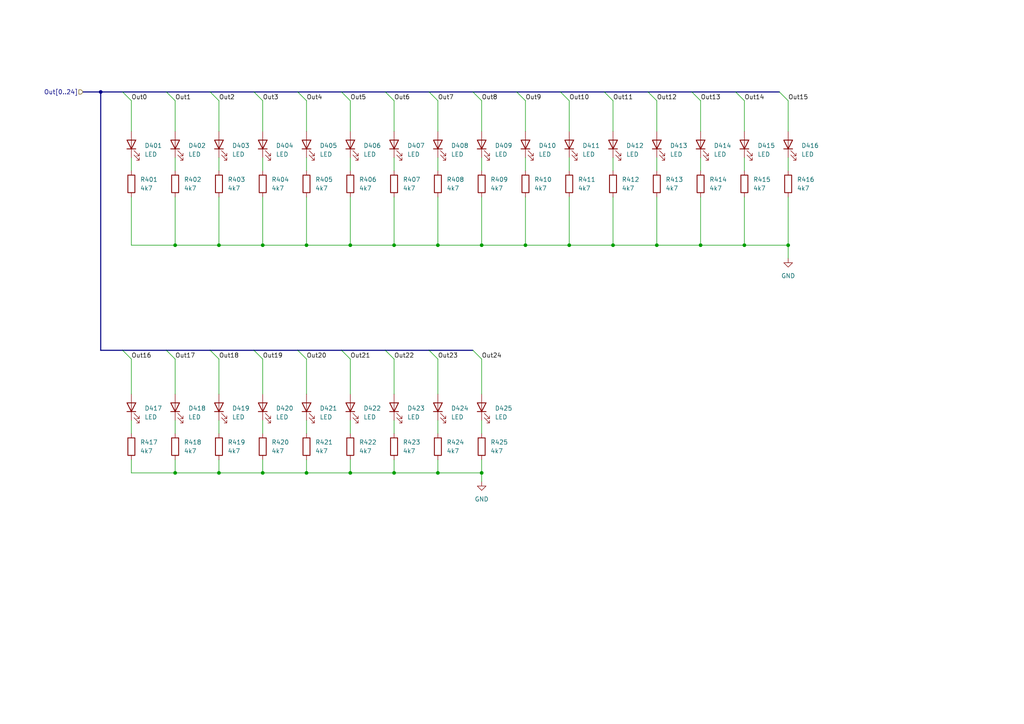
<source format=kicad_sch>
(kicad_sch (version 20230121) (generator eeschema)
  (paper "A4")
  (lib_symbols
    (symbol "Device:LED" (pin_numbers hide) (pin_names (offset 1.016) hide)
      (property "Reference" "D" (at 0 2.54 0))
      (property "Value" "LED" (at 0 -2.54 0))
      (symbol "LED_0_1"
        (polyline (pts (xy -1.27 -1.27) (xy -1.27 1.27)) (stroke (width 0.254)))
        (polyline (pts (xy -1.27 0) (xy 1.27 0)))
        (polyline (pts (xy 1.27 -1.27) (xy 1.27 1.27) (xy -1.27 0) (xy 1.27 -1.27)) (stroke (width 0.254)))
        (polyline (pts (xy -3.048 -0.762) (xy -4.572 -2.286) (xy -3.81 -2.286) (xy -4.572 -2.286) (xy -4.572 -1.524)))
        (polyline (pts (xy -1.778 -0.762) (xy -3.302 -2.286) (xy -2.54 -2.286) (xy -3.302 -2.286) (xy -3.302 -1.524)))
      )
      (symbol "LED_1_1"
        (pin passive line (at -3.81 0 0) (length 2.54) (name "K") (number "1"))
        (pin passive line (at 3.81 0 180) (length 2.54) (name "A") (number "2"))
      )
    )
    (symbol "Device:R" (pin_numbers hide) (pin_names (offset 0))
      (property "Reference" "R" (at 2.032 0 90))
      (property "Value" "R" (at 0 0 90))
      (symbol "R_0_1"
        (rectangle (start -1.016 -2.54) (end 1.016 2.54) (stroke (width 0.254)))
      )
      (symbol "R_1_1"
        (pin passive line (at 0 3.81 270) (length 1.27) (name "~") (number "1"))
        (pin passive line (at 0 -3.81 90) (length 1.27) (name "~") (number "2"))
      )
    )
    (symbol "power:GND" (power) (pin_names (offset 0))
      (property "Value" "GND" (at 0 -3.81 0))
      (symbol "GND_0_1"
        (polyline (pts (xy 0 0) (xy 0 -1.27) (xy 1.27 -1.27) (xy 0 -2.54) (xy -1.27 -1.27) (xy 0 -1.27)))
      )
      (symbol "GND_1_1"
        (pin power_in line (at 0 0 270) (length 0) hide (name "GND") (number "1"))
      )
    )
  )
  (junction (at 177.8 71.12))
  (junction (at 76.2 71.12))
  (junction (at 215.9 71.12))
  (junction (at 139.7 71.12))
  (junction (at 50.8 71.12))
  (junction (at 127 137.16))
  (junction (at 139.7 137.16))
  (junction (at 88.9 137.16))
  (junction (at 88.9 71.12))
  (junction (at 165.1 71.12))
  (junction (at 63.5 137.16))
  (junction (at 228.6 71.12))
  (junction (at 63.5 71.12))
  (junction (at 114.3 71.12))
  (junction (at 190.5 71.12))
  (junction (at 101.6 137.16))
  (junction (at 127 71.12))
  (junction (at 76.2 137.16))
  (junction (at 50.8 137.16))
  (junction (at 152.4 71.12))
  (junction (at 203.2 71.12))
  (junction (at 114.3 137.16))
  (junction (at 29.21 26.67))
  (junction (at 101.6 71.12))
  (bus_entry (at 48.26 26.67) (size 2.54 2.54))
  (bus_entry (at 111.76 101.6) (size 2.54 2.54))
  (bus_entry (at 73.66 101.6) (size 2.54 2.54))
  (bus_entry (at 86.36 26.67) (size 2.54 2.54))
  (bus_entry (at 48.26 101.6) (size 2.54 2.54))
  (bus_entry (at 35.56 101.6) (size 2.54 2.54))
  (bus_entry (at 137.16 26.67) (size 2.54 2.54))
  (bus_entry (at 137.16 101.6) (size 2.54 2.54))
  (bus_entry (at 213.36 26.67) (size 2.54 2.54))
  (bus_entry (at 73.66 26.67) (size 2.54 2.54))
  (bus_entry (at 60.96 26.67) (size 2.54 2.54))
  (bus_entry (at 187.96 26.67) (size 2.54 2.54))
  (bus_entry (at 60.96 101.6) (size 2.54 2.54))
  (bus_entry (at 162.56 26.67) (size 2.54 2.54))
  (bus_entry (at 86.36 101.6) (size 2.54 2.54))
  (bus_entry (at 226.06 26.67) (size 2.54 2.54))
  (bus_entry (at 35.56 26.67) (size 2.54 2.54))
  (bus_entry (at 99.06 26.67) (size 2.54 2.54))
  (bus_entry (at 99.06 101.6) (size 2.54 2.54))
  (bus_entry (at 124.46 26.67) (size 2.54 2.54))
  (bus_entry (at 200.66 26.67) (size 2.54 2.54))
  (bus_entry (at 111.76 26.67) (size 2.54 2.54))
  (bus_entry (at 149.86 26.67) (size 2.54 2.54))
  (bus_entry (at 175.26 26.67) (size 2.54 2.54))
  (bus_entry (at 124.46 101.6) (size 2.54 2.54))
  (wire (pts (xy 63.5 29.21) (xy 63.5 38.1)))
  (wire (pts (xy 101.6 133.35) (xy 101.6 137.16)))
  (wire (pts (xy 114.3 133.35) (xy 114.3 137.16)))
  (wire (pts (xy 114.3 57.15) (xy 114.3 71.12)))
  (bus (pts (xy 175.26 26.67) (xy 187.96 26.67)))
  (wire (pts (xy 139.7 57.15) (xy 139.7 71.12)))
  (wire (pts (xy 76.2 57.15) (xy 76.2 71.12)))
  (bus (pts (xy 187.96 26.67) (xy 200.66 26.67)))
  (wire (pts (xy 50.8 121.92) (xy 50.8 125.73)))
  (wire (pts (xy 114.3 45.72) (xy 114.3 49.53)))
  (wire (pts (xy 50.8 29.21) (xy 50.8 38.1)))
  (wire (pts (xy 101.6 104.14) (xy 101.6 114.3)))
  (wire (pts (xy 127 71.12) (xy 114.3 71.12)))
  (bus (pts (xy 99.06 101.6) (xy 111.76 101.6)))
  (wire (pts (xy 88.9 71.12) (xy 76.2 71.12)))
  (wire (pts (xy 127 45.72) (xy 127 49.53)))
  (wire (pts (xy 139.7 71.12) (xy 127 71.12)))
  (bus (pts (xy 111.76 26.67) (xy 124.46 26.67)))
  (wire (pts (xy 215.9 57.15) (xy 215.9 71.12)))
  (wire (pts (xy 63.5 121.92) (xy 63.5 125.73)))
  (wire (pts (xy 76.2 45.72) (xy 76.2 49.53)))
  (wire (pts (xy 88.9 104.14) (xy 88.9 114.3)))
  (wire (pts (xy 88.9 29.21) (xy 88.9 38.1)))
  (wire (pts (xy 190.5 45.72) (xy 190.5 49.53)))
  (wire (pts (xy 114.3 121.92) (xy 114.3 125.73)))
  (wire (pts (xy 114.3 29.21) (xy 114.3 38.1)))
  (bus (pts (xy 29.21 101.6) (xy 35.56 101.6)))
  (wire (pts (xy 114.3 104.14) (xy 114.3 114.3)))
  (bus (pts (xy 29.21 26.67) (xy 35.56 26.67)))
  (wire (pts (xy 76.2 137.16) (xy 88.9 137.16)))
  (bus (pts (xy 149.86 26.67) (xy 162.56 26.67)))
  (wire (pts (xy 127 133.35) (xy 127 137.16)))
  (wire (pts (xy 228.6 29.21) (xy 228.6 38.1)))
  (bus (pts (xy 73.66 101.6) (xy 86.36 101.6)))
  (wire (pts (xy 88.9 45.72) (xy 88.9 49.53)))
  (wire (pts (xy 215.9 71.12) (xy 203.2 71.12)))
  (wire (pts (xy 101.6 57.15) (xy 101.6 71.12)))
  (bus (pts (xy 200.66 26.67) (xy 213.36 26.67)))
  (wire (pts (xy 139.7 104.14) (xy 139.7 114.3)))
  (wire (pts (xy 38.1 121.92) (xy 38.1 125.73)))
  (bus (pts (xy 24.13 26.67) (xy 29.21 26.67)))
  (wire (pts (xy 114.3 71.12) (xy 101.6 71.12)))
  (wire (pts (xy 50.8 104.14) (xy 50.8 114.3)))
  (wire (pts (xy 101.6 29.21) (xy 101.6 38.1)))
  (bus (pts (xy 73.66 26.67) (xy 86.36 26.67)))
  (wire (pts (xy 165.1 29.21) (xy 165.1 38.1)))
  (wire (pts (xy 190.5 71.12) (xy 177.8 71.12)))
  (wire (pts (xy 76.2 121.92) (xy 76.2 125.73)))
  (wire (pts (xy 228.6 45.72) (xy 228.6 49.53)))
  (wire (pts (xy 38.1 29.21) (xy 38.1 38.1)))
  (wire (pts (xy 88.9 121.92) (xy 88.9 125.73)))
  (wire (pts (xy 127 137.16) (xy 139.7 137.16)))
  (wire (pts (xy 38.1 137.16) (xy 38.1 133.35)))
  (wire (pts (xy 63.5 57.15) (xy 63.5 71.12)))
  (wire (pts (xy 228.6 57.15) (xy 228.6 71.12)))
  (wire (pts (xy 50.8 133.35) (xy 50.8 137.16)))
  (wire (pts (xy 139.7 29.21) (xy 139.7 38.1)))
  (bus (pts (xy 48.26 101.6) (xy 60.96 101.6)))
  (wire (pts (xy 139.7 45.72) (xy 139.7 49.53)))
  (bus (pts (xy 162.56 26.67) (xy 175.26 26.67)))
  (wire (pts (xy 203.2 57.15) (xy 203.2 71.12)))
  (wire (pts (xy 88.9 57.15) (xy 88.9 71.12)))
  (wire (pts (xy 114.3 137.16) (xy 127 137.16)))
  (wire (pts (xy 63.5 71.12) (xy 50.8 71.12)))
  (bus (pts (xy 137.16 26.67) (xy 149.86 26.67)))
  (wire (pts (xy 88.9 137.16) (xy 101.6 137.16)))
  (wire (pts (xy 50.8 71.12) (xy 38.1 71.12)))
  (wire (pts (xy 228.6 71.12) (xy 215.9 71.12)))
  (wire (pts (xy 152.4 45.72) (xy 152.4 49.53)))
  (wire (pts (xy 177.8 45.72) (xy 177.8 49.53)))
  (bus (pts (xy 86.36 26.67) (xy 99.06 26.67)))
  (wire (pts (xy 76.2 29.21) (xy 76.2 38.1)))
  (bus (pts (xy 99.06 26.67) (xy 111.76 26.67)))
  (wire (pts (xy 152.4 71.12) (xy 139.7 71.12)))
  (wire (pts (xy 88.9 133.35) (xy 88.9 137.16)))
  (wire (pts (xy 50.8 137.16) (xy 38.1 137.16)))
  (bus (pts (xy 124.46 26.67) (xy 137.16 26.67)))
  (wire (pts (xy 177.8 71.12) (xy 165.1 71.12)))
  (wire (pts (xy 76.2 104.14) (xy 76.2 114.3)))
  (wire (pts (xy 63.5 137.16) (xy 76.2 137.16)))
  (wire (pts (xy 50.8 57.15) (xy 50.8 71.12)))
  (wire (pts (xy 63.5 137.16) (xy 50.8 137.16)))
  (wire (pts (xy 63.5 133.35) (xy 63.5 137.16)))
  (wire (pts (xy 127 121.92) (xy 127 125.73)))
  (bus (pts (xy 60.96 26.67) (xy 73.66 26.67)))
  (wire (pts (xy 190.5 29.21) (xy 190.5 38.1)))
  (wire (pts (xy 177.8 57.15) (xy 177.8 71.12)))
  (bus (pts (xy 35.56 101.6) (xy 48.26 101.6)))
  (wire (pts (xy 63.5 45.72) (xy 63.5 49.53)))
  (wire (pts (xy 139.7 137.16) (xy 139.7 139.7)))
  (wire (pts (xy 152.4 57.15) (xy 152.4 71.12)))
  (wire (pts (xy 215.9 45.72) (xy 215.9 49.53)))
  (wire (pts (xy 127 29.21) (xy 127 38.1)))
  (bus (pts (xy 60.96 101.6) (xy 73.66 101.6)))
  (wire (pts (xy 177.8 29.21) (xy 177.8 38.1)))
  (wire (pts (xy 50.8 45.72) (xy 50.8 49.53)))
  (bus (pts (xy 35.56 26.67) (xy 48.26 26.67)))
  (wire (pts (xy 101.6 137.16) (xy 114.3 137.16)))
  (wire (pts (xy 101.6 121.92) (xy 101.6 125.73)))
  (wire (pts (xy 101.6 71.12) (xy 88.9 71.12)))
  (wire (pts (xy 38.1 71.12) (xy 38.1 57.15)))
  (wire (pts (xy 38.1 45.72) (xy 38.1 49.53)))
  (wire (pts (xy 215.9 29.21) (xy 215.9 38.1)))
  (wire (pts (xy 152.4 29.21) (xy 152.4 38.1)))
  (bus (pts (xy 213.36 26.67) (xy 226.06 26.67)))
  (bus (pts (xy 29.21 26.67) (xy 29.21 101.6)))
  (wire (pts (xy 139.7 133.35) (xy 139.7 137.16)))
  (bus (pts (xy 124.46 101.6) (xy 137.16 101.6)))
  (wire (pts (xy 203.2 45.72) (xy 203.2 49.53)))
  (wire (pts (xy 127 104.14) (xy 127 114.3)))
  (bus (pts (xy 111.76 101.6) (xy 124.46 101.6)))
  (wire (pts (xy 63.5 104.14) (xy 63.5 114.3)))
  (wire (pts (xy 190.5 57.15) (xy 190.5 71.12)))
  (wire (pts (xy 127 57.15) (xy 127 71.12)))
  (wire (pts (xy 203.2 29.21) (xy 203.2 38.1)))
  (wire (pts (xy 228.6 71.12) (xy 228.6 74.93)))
  (wire (pts (xy 203.2 71.12) (xy 190.5 71.12)))
  (wire (pts (xy 38.1 104.14) (xy 38.1 114.3)))
  (wire (pts (xy 165.1 71.12) (xy 152.4 71.12)))
  (wire (pts (xy 165.1 57.15) (xy 165.1 71.12)))
  (wire (pts (xy 139.7 121.92) (xy 139.7 125.73)))
  (wire (pts (xy 76.2 71.12) (xy 63.5 71.12)))
  (bus (pts (xy 86.36 101.6) (xy 99.06 101.6)))
  (wire (pts (xy 76.2 133.35) (xy 76.2 137.16)))
  (wire (pts (xy 165.1 45.72) (xy 165.1 49.53)))
  (wire (pts (xy 101.6 45.72) (xy 101.6 49.53)))
  (bus (pts (xy 48.26 26.67) (xy 60.96 26.67)))
  (label "Out12" (at 190.5 29.21 0))
  (label "Out1" (at 50.8 29.21 0))
  (label "Out15" (at 228.6 29.21 0))
  (label "Out3" (at 76.2 29.21 0))
  (label "Out5" (at 101.6 29.21 0))
  (label "Out6" (at 114.3 29.21 0))
  (label "Out24" (at 139.7 104.14 0))
  (label "Out14" (at 215.9 29.21 0))
  (label "Out2" (at 63.5 29.21 0))
  (label "Out17" (at 50.8 104.14 0))
  (label "Out20" (at 88.9 104.14 0))
  (label "Out0" (at 38.1 29.21 0))
  (label "Out21" (at 101.6 104.14 0))
  (label "Out4" (at 88.9 29.21 0))
  (label "Out9" (at 152.4 29.21 0))
  (label "Out11" (at 177.8 29.21 0))
  (label "Out8" (at 139.7 29.21 0))
  (label "Out22" (at 114.3 104.14 0))
  (label "Out19" (at 76.2 104.14 0))
  (label "Out16" (at 38.1 104.14 0))
  (label "Out23" (at 127 104.14 0))
  (label "Out18" (at 63.5 104.14 0))
  (label "Out13" (at 203.2 29.21 0))
  (label "Out7" (at 127 29.21 0))
  (label "Out10" (at 165.1 29.21 0))
  (hierarchical_label "Out[0..24]" (shape input) (at 24.13 26.67 180))
  (symbol (lib_id "Device:R") (at 50.8 129.54 0) (unit 1)
    (property "Reference" "R418" (at 53.34 128.27 0) (effects (justify left)))
    (property "Value" "4k7" (at 53.34 130.81 0) (effects (justify left)))
    (property "Footprint" "Resistor_THT:R_Axial_DIN0207_L6.3mm_D2.5mm_P7.62mm_Horizontal" (effects hide))
  )
  (symbol (lib_id "Device:R") (at 88.9 129.54 0) (unit 1)
    (property "Reference" "R421" (at 91.44 128.27 0) (effects (justify left)))
    (property "Value" "4k7" (at 91.44 130.81 0) (effects (justify left)))
    (property "Footprint" "Resistor_THT:R_Axial_DIN0207_L6.3mm_D2.5mm_P7.62mm_Horizontal" (effects hide))
  )
  (symbol (lib_id "Device:R") (at 63.5 53.34 0) (unit 1)
    (property "Reference" "R403" (at 66.04 52.07 0) (effects (justify left)))
    (property "Value" "4k7" (at 66.04 54.61 0) (effects (justify left)))
    (property "Footprint" "Resistor_THT:R_Axial_DIN0207_L6.3mm_D2.5mm_P7.62mm_Horizontal" (effects hide))
  )
  (symbol (lib_id "Device:R") (at 203.2 53.34 0) (unit 1)
    (property "Reference" "R414" (at 205.74 52.07 0) (effects (justify left)))
    (property "Value" "4k7" (at 205.74 54.61 0) (effects (justify left)))
    (property "Footprint" "Resistor_THT:R_Axial_DIN0207_L6.3mm_D2.5mm_P7.62mm_Horizontal" (effects hide))
  )
  (symbol (lib_id "Device:R") (at 228.6 53.34 0) (unit 1)
    (property "Reference" "R416" (at 231.14 52.07 0) (effects (justify left)))
    (property "Value" "4k7" (at 231.14 54.61 0) (effects (justify left)))
    (property "Footprint" "Resistor_THT:R_Axial_DIN0207_L6.3mm_D2.5mm_P7.62mm_Horizontal" (effects hide))
  )
  (symbol (lib_id "Device:R") (at 101.6 53.34 0) (unit 1)
    (property "Reference" "R406" (at 104.14 52.07 0) (effects (justify left)))
    (property "Value" "4k7" (at 104.14 54.61 0) (effects (justify left)))
    (property "Footprint" "Resistor_THT:R_Axial_DIN0207_L6.3mm_D2.5mm_P7.62mm_Horizontal" (effects hide))
  )
  (symbol (lib_id "Device:LED") (at 63.5 118.11 90) (unit 1)
    (property "Reference" "D419" (at 67.31 118.4275 90) (effects (justify right)))
    (property "Value" "LED" (at 67.31 120.9675 90) (effects (justify right)))
    (property "Footprint" "LED_THT:LED_D5.0mm" (effects hide))
  )
  (symbol (lib_id "Device:LED") (at 76.2 118.11 90) (unit 1)
    (property "Reference" "D420" (at 80.01 118.4275 90) (effects (justify right)))
    (property "Value" "LED" (at 80.01 120.9675 90) (effects (justify right)))
    (property "Footprint" "LED_THT:LED_D5.0mm" (effects hide))
  )
  (symbol (lib_id "Device:R") (at 152.4 53.34 0) (unit 1)
    (property "Reference" "R410" (at 154.94 52.07 0) (effects (justify left)))
    (property "Value" "4k7" (at 154.94 54.61 0) (effects (justify left)))
    (property "Footprint" "Resistor_THT:R_Axial_DIN0207_L6.3mm_D2.5mm_P7.62mm_Horizontal" (effects hide))
  )
  (symbol (lib_id "Device:LED") (at 88.9 118.11 90) (unit 1)
    (property "Reference" "D421" (at 92.71 118.4275 90) (effects (justify right)))
    (property "Value" "LED" (at 92.71 120.9675 90) (effects (justify right)))
    (property "Footprint" "LED_THT:LED_D5.0mm" (effects hide))
  )
  (symbol (lib_id "Device:R") (at 165.1 53.34 0) (unit 1)
    (property "Reference" "R411" (at 167.64 52.07 0) (effects (justify left)))
    (property "Value" "4k7" (at 167.64 54.61 0) (effects (justify left)))
    (property "Footprint" "Resistor_THT:R_Axial_DIN0207_L6.3mm_D2.5mm_P7.62mm_Horizontal" (effects hide))
  )
  (symbol (lib_id "Device:LED") (at 190.5 41.91 90) (unit 1)
    (property "Reference" "D413" (at 194.31 42.2275 90) (effects (justify right)))
    (property "Value" "LED" (at 194.31 44.7675 90) (effects (justify right)))
    (property "Footprint" "LED_THT:LED_D5.0mm" (effects hide))
  )
  (symbol (lib_id "Device:R") (at 38.1 129.54 0) (unit 1)
    (property "Reference" "R417" (at 40.64 128.27 0) (effects (justify left)))
    (property "Value" "4k7" (at 40.64 130.81 0) (effects (justify left)))
    (property "Footprint" "Resistor_THT:R_Axial_DIN0207_L6.3mm_D2.5mm_P7.62mm_Horizontal" (effects hide))
  )
  (symbol (lib_id "Device:R") (at 88.9 53.34 0) (unit 1)
    (property "Reference" "R405" (at 91.44 52.07 0) (effects (justify left)))
    (property "Value" "4k7" (at 91.44 54.61 0) (effects (justify left)))
    (property "Footprint" "Resistor_THT:R_Axial_DIN0207_L6.3mm_D2.5mm_P7.62mm_Horizontal" (effects hide))
  )
  (symbol (lib_id "Device:LED") (at 127 118.11 90) (unit 1)
    (property "Reference" "D424" (at 130.81 118.4275 90) (effects (justify right)))
    (property "Value" "LED" (at 130.81 120.9675 90) (effects (justify right)))
    (property "Footprint" "LED_THT:LED_D5.0mm" (effects hide))
  )
  (symbol (lib_id "power:GND") (at 139.7 139.7 0) (unit 1)
    (property "Reference" "#PWR0402" (effects hide))
    (property "Value" "GND" (at 139.7 144.78 0))
  )
  (symbol (lib_id "Device:R") (at 190.5 53.34 0) (unit 1)
    (property "Reference" "R413" (at 193.04 52.07 0) (effects (justify left)))
    (property "Value" "4k7" (at 193.04 54.61 0) (effects (justify left)))
    (property "Footprint" "Resistor_THT:R_Axial_DIN0207_L6.3mm_D2.5mm_P7.62mm_Horizontal" (effects hide))
  )
  (symbol (lib_id "Device:LED") (at 165.1 41.91 90) (unit 1)
    (property "Reference" "D411" (at 168.91 42.2275 90) (effects (justify right)))
    (property "Value" "LED" (at 168.91 44.7675 90) (effects (justify right)))
    (property "Footprint" "LED_THT:LED_D5.0mm" (effects hide))
  )
  (symbol (lib_id "Device:R") (at 139.7 129.54 0) (unit 1)
    (property "Reference" "R425" (at 142.24 128.27 0) (effects (justify left)))
    (property "Value" "4k7" (at 142.24 130.81 0) (effects (justify left)))
    (property "Footprint" "Resistor_THT:R_Axial_DIN0207_L6.3mm_D2.5mm_P7.62mm_Horizontal" (effects hide))
  )
  (symbol (lib_id "Device:R") (at 114.3 129.54 0) (unit 1)
    (property "Reference" "R423" (at 116.84 128.27 0) (effects (justify left)))
    (property "Value" "4k7" (at 116.84 130.81 0) (effects (justify left)))
    (property "Footprint" "Resistor_THT:R_Axial_DIN0207_L6.3mm_D2.5mm_P7.62mm_Horizontal" (effects hide))
  )
  (symbol (lib_id "Device:R") (at 101.6 129.54 0) (unit 1)
    (property "Reference" "R422" (at 104.14 128.27 0) (effects (justify left)))
    (property "Value" "4k7" (at 104.14 130.81 0) (effects (justify left)))
    (property "Footprint" "Resistor_THT:R_Axial_DIN0207_L6.3mm_D2.5mm_P7.62mm_Horizontal" (effects hide))
  )
  (symbol (lib_id "Device:LED") (at 101.6 41.91 90) (unit 1)
    (property "Reference" "D406" (at 105.41 42.2275 90) (effects (justify right)))
    (property "Value" "LED" (at 105.41 44.7675 90) (effects (justify right)))
    (property "Footprint" "LED_THT:LED_D5.0mm" (effects hide))
  )
  (symbol (lib_id "Device:LED") (at 38.1 41.91 90) (unit 1)
    (property "Reference" "D401" (at 41.91 42.2275 90) (effects (justify right)))
    (property "Value" "LED" (at 41.91 44.7675 90) (effects (justify right)))
    (property "Footprint" "LED_THT:LED_D5.0mm" (effects hide))
  )
  (symbol (lib_id "Device:LED") (at 63.5 41.91 90) (unit 1)
    (property "Reference" "D403" (at 67.31 42.2275 90) (effects (justify right)))
    (property "Value" "LED" (at 67.31 44.7675 90) (effects (justify right)))
    (property "Footprint" "LED_THT:LED_D5.0mm" (effects hide))
  )
  (symbol (lib_id "Device:LED") (at 88.9 41.91 90) (unit 1)
    (property "Reference" "D405" (at 92.71 42.2275 90) (effects (justify right)))
    (property "Value" "LED" (at 92.71 44.7675 90) (effects (justify right)))
    (property "Footprint" "LED_THT:LED_D5.0mm" (effects hide))
  )
  (symbol (lib_id "Device:LED") (at 127 41.91 90) (unit 1)
    (property "Reference" "D408" (at 130.81 42.2275 90) (effects (justify right)))
    (property "Value" "LED" (at 130.81 44.7675 90) (effects (justify right)))
    (property "Footprint" "LED_THT:LED_D5.0mm" (effects hide))
  )
  (symbol (lib_id "Device:LED") (at 50.8 118.11 90) (unit 1)
    (property "Reference" "D418" (at 54.61 118.4275 90) (effects (justify right)))
    (property "Value" "LED" (at 54.61 120.9675 90) (effects (justify right)))
    (property "Footprint" "LED_THT:LED_D5.0mm" (effects hide))
  )
  (symbol (lib_id "Device:LED") (at 203.2 41.91 90) (unit 1)
    (property "Reference" "D414" (at 207.01 42.2275 90) (effects (justify right)))
    (property "Value" "LED" (at 207.01 44.7675 90) (effects (justify right)))
    (property "Footprint" "LED_THT:LED_D5.0mm" (effects hide))
  )
  (symbol (lib_id "Device:LED") (at 139.7 41.91 90) (unit 1)
    (property "Reference" "D409" (at 143.51 42.2275 90) (effects (justify right)))
    (property "Value" "LED" (at 143.51 44.7675 90) (effects (justify right)))
    (property "Footprint" "LED_THT:LED_D5.0mm" (effects hide))
  )
  (symbol (lib_id "Device:LED") (at 177.8 41.91 90) (unit 1)
    (property "Reference" "D412" (at 181.61 42.2275 90) (effects (justify right)))
    (property "Value" "LED" (at 181.61 44.7675 90) (effects (justify right)))
    (property "Footprint" "LED_THT:LED_D5.0mm" (effects hide))
  )
  (symbol (lib_id "Device:R") (at 38.1 53.34 0) (unit 1)
    (property "Reference" "R401" (at 40.64 52.07 0) (effects (justify left)))
    (property "Value" "4k7" (at 40.64 54.61 0) (effects (justify left)))
    (property "Footprint" "Resistor_THT:R_Axial_DIN0207_L6.3mm_D2.5mm_P7.62mm_Horizontal" (effects hide))
  )
  (symbol (lib_id "Device:R") (at 177.8 53.34 0) (unit 1)
    (property "Reference" "R412" (at 180.34 52.07 0) (effects (justify left)))
    (property "Value" "4k7" (at 180.34 54.61 0) (effects (justify left)))
    (property "Footprint" "Resistor_THT:R_Axial_DIN0207_L6.3mm_D2.5mm_P7.62mm_Horizontal" (effects hide))
  )
  (symbol (lib_id "Device:LED") (at 114.3 41.91 90) (unit 1)
    (property "Reference" "D407" (at 118.11 42.2275 90) (effects (justify right)))
    (property "Value" "LED" (at 118.11 44.7675 90) (effects (justify right)))
    (property "Footprint" "LED_THT:LED_D5.0mm" (effects hide))
  )
  (symbol (lib_id "Device:R") (at 127 129.54 0) (unit 1)
    (property "Reference" "R424" (at 129.54 128.27 0) (effects (justify left)))
    (property "Value" "4k7" (at 129.54 130.81 0) (effects (justify left)))
    (property "Footprint" "Resistor_THT:R_Axial_DIN0207_L6.3mm_D2.5mm_P7.62mm_Horizontal" (effects hide))
  )
  (symbol (lib_id "Device:R") (at 76.2 129.54 0) (unit 1)
    (property "Reference" "R420" (at 78.74 128.27 0) (effects (justify left)))
    (property "Value" "4k7" (at 78.74 130.81 0) (effects (justify left)))
    (property "Footprint" "Resistor_THT:R_Axial_DIN0207_L6.3mm_D2.5mm_P7.62mm_Horizontal" (effects hide))
  )
  (symbol (lib_id "Device:R") (at 63.5 129.54 0) (unit 1)
    (property "Reference" "R419" (at 66.04 128.27 0) (effects (justify left)))
    (property "Value" "4k7" (at 66.04 130.81 0) (effects (justify left)))
    (property "Footprint" "Resistor_THT:R_Axial_DIN0207_L6.3mm_D2.5mm_P7.62mm_Horizontal" (effects hide))
  )
  (symbol (lib_id "Device:R") (at 215.9 53.34 0) (unit 1)
    (property "Reference" "R415" (at 218.44 52.07 0) (effects (justify left)))
    (property "Value" "4k7" (at 218.44 54.61 0) (effects (justify left)))
    (property "Footprint" "Resistor_THT:R_Axial_DIN0207_L6.3mm_D2.5mm_P7.62mm_Horizontal" (effects hide))
  )
  (symbol (lib_id "Device:LED") (at 114.3 118.11 90) (unit 1)
    (property "Reference" "D423" (at 118.11 118.4275 90) (effects (justify right)))
    (property "Value" "LED" (at 118.11 120.9675 90) (effects (justify right)))
    (property "Footprint" "LED_THT:LED_D5.0mm" (effects hide))
  )
  (symbol (lib_id "Device:LED") (at 50.8 41.91 90) (unit 1)
    (property "Reference" "D402" (at 54.61 42.2275 90) (effects (justify right)))
    (property "Value" "LED" (at 54.61 44.7675 90) (effects (justify right)))
    (property "Footprint" "LED_THT:LED_D5.0mm" (effects hide))
  )
  (symbol (lib_id "power:GND") (at 228.6 74.93 0) (unit 1)
    (property "Reference" "#PWR0401" (effects hide))
    (property "Value" "GND" (at 228.6 80.01 0))
  )
  (symbol (lib_id "Device:LED") (at 152.4 41.91 90) (unit 1)
    (property "Reference" "D410" (at 156.21 42.2275 90) (effects (justify right)))
    (property "Value" "LED" (at 156.21 44.7675 90) (effects (justify right)))
    (property "Footprint" "LED_THT:LED_D5.0mm" (effects hide))
  )
  (symbol (lib_id "Device:R") (at 114.3 53.34 0) (unit 1)
    (property "Reference" "R407" (at 116.84 52.07 0) (effects (justify left)))
    (property "Value" "4k7" (at 116.84 54.61 0) (effects (justify left)))
    (property "Footprint" "Resistor_THT:R_Axial_DIN0207_L6.3mm_D2.5mm_P7.62mm_Horizontal" (effects hide))
  )
  (symbol (lib_id "Device:LED") (at 76.2 41.91 90) (unit 1)
    (property "Reference" "D404" (at 80.01 42.2275 90) (effects (justify right)))
    (property "Value" "LED" (at 80.01 44.7675 90) (effects (justify right)))
    (property "Footprint" "LED_THT:LED_D5.0mm" (effects hide))
  )
  (symbol (lib_id "Device:R") (at 76.2 53.34 0) (unit 1)
    (property "Reference" "R404" (at 78.74 52.07 0) (effects (justify left)))
    (property "Value" "4k7" (at 78.74 54.61 0) (effects (justify left)))
    (property "Footprint" "Resistor_THT:R_Axial_DIN0207_L6.3mm_D2.5mm_P7.62mm_Horizontal" (effects hide))
  )
  (symbol (lib_id "Device:R") (at 50.8 53.34 0) (unit 1)
    (property "Reference" "R402" (at 53.34 52.07 0) (effects (justify left)))
    (property "Value" "4k7" (at 53.34 54.61 0) (effects (justify left)))
    (property "Footprint" "Resistor_THT:R_Axial_DIN0207_L6.3mm_D2.5mm_P7.62mm_Horizontal" (effects hide))
  )
  (symbol (lib_id "Device:R") (at 139.7 53.34 0) (unit 1)
    (property "Reference" "R409" (at 142.24 52.07 0) (effects (justify left)))
    (property "Value" "4k7" (at 142.24 54.61 0) (effects (justify left)))
    (property "Footprint" "Resistor_THT:R_Axial_DIN0207_L6.3mm_D2.5mm_P7.62mm_Horizontal" (effects hide))
  )
  (symbol (lib_id "Device:R") (at 127 53.34 0) (unit 1)
    (property "Reference" "R408" (at 129.54 52.07 0) (effects (justify left)))
    (property "Value" "4k7" (at 129.54 54.61 0) (effects (justify left)))
    (property "Footprint" "Resistor_THT:R_Axial_DIN0207_L6.3mm_D2.5mm_P7.62mm_Horizontal" (effects hide))
  )
  (symbol (lib_id "Device:LED") (at 215.9 41.91 90) (unit 1)
    (property "Reference" "D415" (at 219.71 42.2275 90) (effects (justify right)))
    (property "Value" "LED" (at 219.71 44.7675 90) (effects (justify right)))
    (property "Footprint" "LED_THT:LED_D5.0mm" (effects hide))
  )
  (symbol (lib_id "Device:LED") (at 101.6 118.11 90) (unit 1)
    (property "Reference" "D422" (at 105.41 118.4275 90) (effects (justify right)))
    (property "Value" "LED" (at 105.41 120.9675 90) (effects (justify right)))
    (property "Footprint" "LED_THT:LED_D5.0mm" (effects hide))
  )
  (symbol (lib_id "Device:LED") (at 38.1 118.11 90) (unit 1)
    (property "Reference" "D417" (at 41.91 118.4275 90) (effects (justify right)))
    (property "Value" "LED" (at 41.91 120.9675 90) (effects (justify right)))
    (property "Footprint" "LED_THT:LED_D5.0mm" (effects hide))
  )
  (symbol (lib_id "Device:LED") (at 139.7 118.11 90) (unit 1)
    (property "Reference" "D425" (at 143.51 118.4275 90) (effects (justify right)))
    (property "Value" "LED" (at 143.51 120.9675 90) (effects (justify right)))
    (property "Footprint" "LED_THT:LED_D5.0mm" (effects hide))
  )
  (symbol (lib_id "Device:LED") (at 228.6 41.91 90) (unit 1)
    (property "Reference" "D416" (at 232.41 42.2275 90) (effects (justify right)))
    (property "Value" "LED" (at 232.41 44.7675 90) (effects (justify right)))
    (property "Footprint" "LED_THT:LED_D5.0mm" (effects hide))
  )
)
</source>
